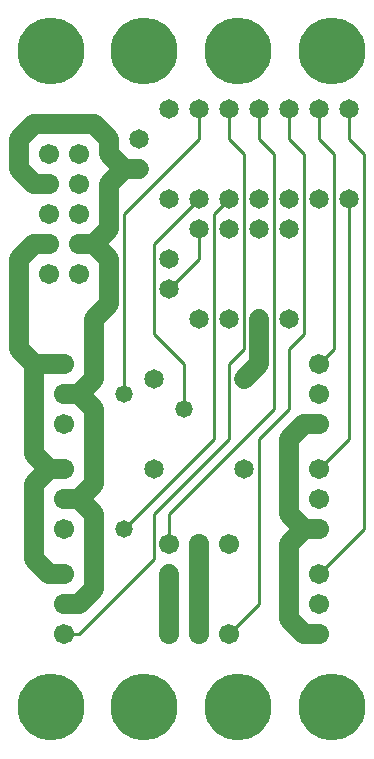
<source format=gtl>
%MOIN*%
%FSLAX25Y25*%
G04 D10 used for Character Trace; *
G04     Circle (OD=.01000) (No hole)*
G04 D11 used for Power Trace; *
G04     Circle (OD=.06500) (No hole)*
G04 D12 used for Signal Trace; *
G04     Circle (OD=.01100) (No hole)*
G04 D13 used for Via; *
G04     Circle (OD=.05800) (Round. Hole ID=.02800)*
G04 D14 used for Component hole; *
G04     Circle (OD=.06500) (Round. Hole ID=.03500)*
G04 D15 used for Component hole; *
G04     Circle (OD=.06700) (Round. Hole ID=.04300)*
G04 D16 used for Component hole; *
G04     Circle (OD=.08100) (Round. Hole ID=.05100)*
G04 D17 used for Component hole; *
G04     Circle (OD=.08900) (Round. Hole ID=.05900)*
G04 D18 used for Component hole; *
G04     Circle (OD=.11300) (Round. Hole ID=.08300)*
G04 D19 used for Component hole; *
G04     Circle (OD=.16000) (Round. Hole ID=.13000)*
G04 D20 used for Component hole; *
G04     Circle (OD=.18300) (Round. Hole ID=.15300)*
G04 D21 used for Component hole; *
G04     Circle (OD=.22291) (Round. Hole ID=.19291)*
%ADD10C,.01000*%
%ADD11C,.06500*%
%ADD12C,.01100*%
%ADD13C,.05800*%
%ADD14C,.06500*%
%ADD15C,.06700*%
%ADD16C,.08100*%
%ADD17C,.08900*%
%ADD18C,.11300*%
%ADD19C,.16000*%
%ADD20C,.18300*%
%ADD21C,.22291*%
%IPPOS*%
%LPD*%
G90*X0Y0D02*D21*X15625Y15625D03*D12*              
X20000Y40000D02*X25000D01*D15*X20000D03*D12*      
X25000D02*X50000Y65000D01*Y80000D01*              
X75000Y105000D01*Y130000D01*X80000Y135000D01*     
Y200000D01*X75000Y205000D01*Y215000D01*D14*D03*   
D12*X90000Y200000D02*X85000Y205000D01*            
X90000Y115000D02*Y200000D01*X55000Y80000D02*      
X90000Y115000D01*X55000Y70000D02*Y80000D01*D15*   
Y70000D03*X65000D03*D11*Y40000D01*D15*D03*        
X75000D03*D12*X85000Y50000D01*Y105000D01*         
X95000Y115000D01*Y135000D01*X100000Y140000D01*    
Y200000D01*X95000Y205000D01*Y215000D01*D14*D03*   
D12*X110000Y200000D02*X105000Y205000D01*          
X110000Y135000D02*Y200000D01*X105000Y130000D02*   
X110000Y135000D01*D15*X105000Y130000D03*          
Y120000D03*D14*X95000Y145000D03*X85000D03*D11*    
Y130000D01*X80000Y125000D01*D14*D03*D11*          
X95000Y105000D02*X100000Y110000D01*               
X95000Y80000D02*Y105000D01*X100000Y75000D02*      
X95000Y80000D01*Y70000D02*X100000Y75000D01*       
X95000Y45000D02*Y70000D01*X100000Y40000D02*       
X95000Y45000D01*X100000Y40000D02*X105000D01*D15*  
D03*Y50000D03*Y60000D03*D12*X120000Y75000D01*     
Y200000D01*X115000Y205000D01*Y215000D01*D14*D03*  
D12*X105000Y205000D02*Y215000D01*D14*D03*D21*     
X109375Y234375D03*D14*X85000Y215000D03*D12*       
Y205000D01*D14*X105000Y185000D03*X65000D03*D12*   
X50000Y170000D01*Y140000D01*X60000Y130000D01*     
Y115000D01*D13*D03*D12*X40000Y75000D02*           
X70000Y105000D01*D13*X40000Y75000D03*D11*         
X30000Y55000D02*Y80000D01*X25000Y50000D02*        
X30000Y55000D01*X20000Y50000D02*X25000D01*D15*    
X20000D03*Y60000D03*D11*X15000D01*X10000Y65000D01*
Y90000D01*X15000Y95000D01*X20000D01*D15*D03*D11*  
X15000D02*X10000Y100000D01*Y130000D01*X20000D01*  
D15*D03*D11*X25000Y120000D02*X30000Y125000D01*    
Y115000D02*X25000Y120000D01*X30000Y90000D02*      
Y115000D01*X25000Y85000D02*X30000Y90000D01*       
Y80000D02*X25000Y85000D01*X20000D01*D15*D03*      
Y75000D03*Y110000D03*D14*X50000Y95000D03*D13*     
X55000Y60000D03*D11*Y40000D01*D15*D03*D21*        
X78125Y15625D03*X46875D03*D15*X75000Y70000D03*D11*
X100000Y75000D02*X105000D01*D15*D03*Y85000D03*    
Y95000D03*D12*X115000Y105000D01*Y185000D01*D14*   
D03*X95000D03*Y175000D03*X85000Y185000D03*        
Y175000D03*X75000Y145000D03*Y185000D03*D12*       
X70000Y180000D01*Y105000D01*D14*X80000Y95000D03*  
X50000Y125000D03*D13*X40000Y120000D03*D12*        
Y180000D01*X65000Y205000D01*Y215000D01*D14*D03*   
X55000D03*D21*X46875Y234375D03*D14*               
X45000Y195000D03*D11*X40000D01*X35000Y190000D01*  
Y175000D01*X30000Y170000D01*X35000Y165000D01*     
Y150000D01*X30000Y145000D01*Y125000D01*           
X20000Y120000D02*X25000D01*D15*X20000D03*D11*     
X10000Y130000D02*X5000Y135000D01*Y165000D01*      
X10000Y170000D01*X15000D01*D15*D03*               
X25000Y160000D03*Y180000D03*Y170000D03*D11*       
X30000D01*D15*X15000Y180000D03*Y160000D03*D11*    
X10000Y190000D02*X15000D01*D15*D03*D11*X10000D02* 
X5000Y195000D01*Y205000D01*X10000Y210000D01*      
X30000D01*X35000Y205000D01*Y200000D01*            
X40000Y195000D01*D14*X45000Y205000D03*            
X55000Y185000D03*D15*X25000Y200000D03*Y190000D03* 
D14*X65000Y175000D03*D12*Y165000D01*              
X55000Y155000D01*D14*D03*X65000Y145000D03*        
X55000Y165000D03*X75000Y175000D03*D11*            
X100000Y110000D02*X105000D01*D15*D03*             
X15000Y200000D03*D21*X109375Y15625D03*            
X78125Y234375D03*X15625D03*M02*                   

</source>
